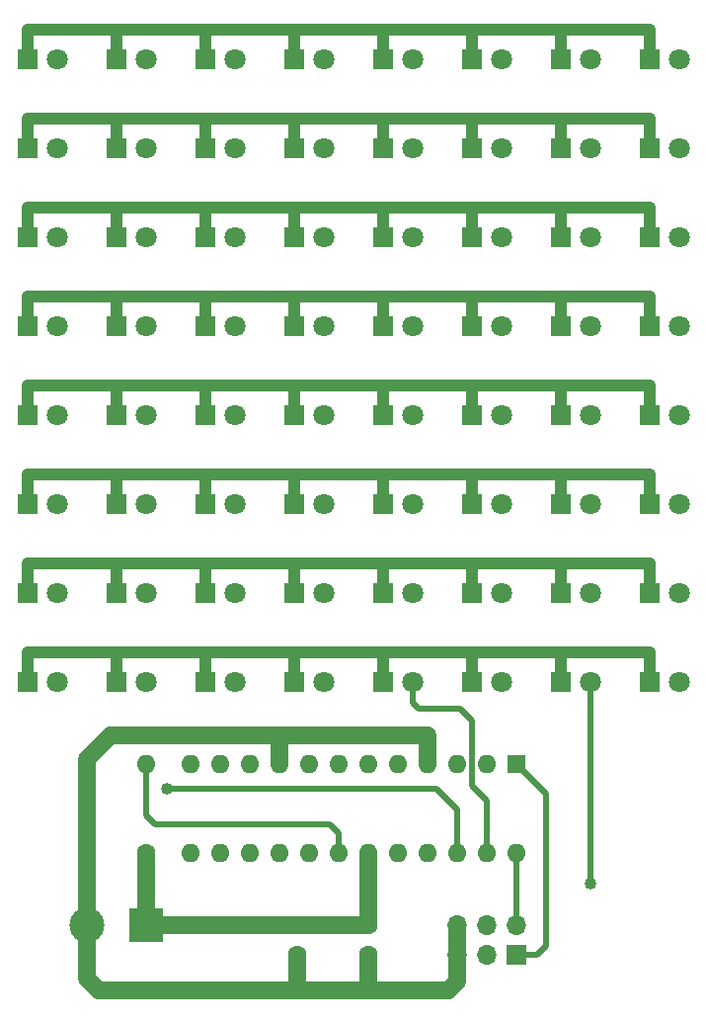
<source format=gbl>
G04 #@! TF.GenerationSoftware,KiCad,Pcbnew,(5.1.0)-1*
G04 #@! TF.CreationDate,2023-04-17T19:30:15-07:00*
G04 #@! TF.ProjectId,LED_Matrix_7219,4c45445f-4d61-4747-9269-785f37323139,rev?*
G04 #@! TF.SameCoordinates,PXffd93e20PY525bfc0*
G04 #@! TF.FileFunction,Copper,L2,Bot*
G04 #@! TF.FilePolarity,Positive*
%FSLAX45Y45*%
G04 Gerber Fmt 4.5, Leading zero omitted, Abs format (unit mm)*
G04 Created by KiCad (PCBNEW (5.1.0)-1) date 2023-04-17 19:30:15*
%MOMM*%
%LPD*%
G04 APERTURE LIST*
%ADD10C,1.800000*%
%ADD11R,1.800000X1.800000*%
%ADD12R,3.000000X3.000000*%
%ADD13C,3.000000*%
%ADD14R,1.700000X1.700000*%
%ADD15O,1.700000X1.700000*%
%ADD16C,1.600000*%
%ADD17O,1.600000X1.600000*%
%ADD18R,1.600000X1.600000*%
%ADD19C,1.016000*%
%ADD20C,1.524000*%
%ADD21C,1.016000*%
%ADD22C,0.508000*%
G04 APERTURE END LIST*
D10*
X5842000Y8636000D03*
D11*
X5588000Y8636000D03*
D10*
X5842000Y7874000D03*
D11*
X5588000Y7874000D03*
D10*
X5842000Y7112000D03*
D11*
X5588000Y7112000D03*
X5588000Y6350000D03*
D10*
X5842000Y6350000D03*
X5842000Y5588000D03*
D11*
X5588000Y5588000D03*
X5588000Y4826000D03*
D10*
X5842000Y4826000D03*
X5842000Y4064000D03*
D11*
X5588000Y4064000D03*
D10*
X5842000Y3302000D03*
D11*
X5588000Y3302000D03*
X4826000Y8636000D03*
D10*
X5080000Y8636000D03*
D11*
X4826000Y7874000D03*
D10*
X5080000Y7874000D03*
D11*
X4826000Y7112000D03*
D10*
X5080000Y7112000D03*
X5080000Y6350000D03*
D11*
X4826000Y6350000D03*
X4826000Y5588000D03*
D10*
X5080000Y5588000D03*
X5080000Y4826000D03*
D11*
X4826000Y4826000D03*
D10*
X5080000Y4064000D03*
D11*
X4826000Y4064000D03*
D10*
X5080000Y3302000D03*
D11*
X4826000Y3302000D03*
D10*
X4318000Y8636000D03*
D11*
X4064000Y8636000D03*
D10*
X4318000Y7874000D03*
D11*
X4064000Y7874000D03*
D10*
X4318000Y7112000D03*
D11*
X4064000Y7112000D03*
X4064000Y6350000D03*
D10*
X4318000Y6350000D03*
X4318000Y5588000D03*
D11*
X4064000Y5588000D03*
X4064000Y4826000D03*
D10*
X4318000Y4826000D03*
D11*
X4064000Y4064000D03*
D10*
X4318000Y4064000D03*
D11*
X4064000Y3302000D03*
D10*
X4318000Y3302000D03*
D11*
X3302000Y8636000D03*
D10*
X3556000Y8636000D03*
D11*
X3302000Y7874000D03*
D10*
X3556000Y7874000D03*
D11*
X3302000Y7112000D03*
D10*
X3556000Y7112000D03*
X3556000Y6350000D03*
D11*
X3302000Y6350000D03*
X3302000Y5588000D03*
D10*
X3556000Y5588000D03*
D11*
X3302000Y4826000D03*
D10*
X3556000Y4826000D03*
X3556000Y4064000D03*
D11*
X3302000Y4064000D03*
D10*
X3556000Y3302000D03*
D11*
X3302000Y3302000D03*
D10*
X2794000Y8636000D03*
D11*
X2540000Y8636000D03*
D10*
X2794000Y7874000D03*
D11*
X2540000Y7874000D03*
D10*
X2794000Y7112000D03*
D11*
X2540000Y7112000D03*
X2540000Y6350000D03*
D10*
X2794000Y6350000D03*
X2794000Y5588000D03*
D11*
X2540000Y5588000D03*
D10*
X2794000Y4826000D03*
D11*
X2540000Y4826000D03*
X2540000Y4064000D03*
D10*
X2794000Y4064000D03*
D11*
X2540000Y3302000D03*
D10*
X2794000Y3302000D03*
D11*
X1778000Y8636000D03*
D10*
X2032000Y8636000D03*
D11*
X1778000Y7874000D03*
D10*
X2032000Y7874000D03*
D11*
X1778000Y7112000D03*
D10*
X2032000Y7112000D03*
D11*
X1778000Y6350000D03*
D10*
X2032000Y6350000D03*
D11*
X1778000Y5588000D03*
D10*
X2032000Y5588000D03*
D11*
X1778000Y4826000D03*
D10*
X2032000Y4826000D03*
X2032000Y4064000D03*
D11*
X1778000Y4064000D03*
D10*
X2032000Y3302000D03*
D11*
X1778000Y3302000D03*
D10*
X1270000Y8636000D03*
D11*
X1016000Y8636000D03*
D10*
X1270000Y7874000D03*
D11*
X1016000Y7874000D03*
D10*
X1270000Y7112000D03*
D11*
X1016000Y7112000D03*
D10*
X1270000Y6350000D03*
D11*
X1016000Y6350000D03*
D10*
X1270000Y5588000D03*
D11*
X1016000Y5588000D03*
D10*
X1270000Y4826000D03*
D11*
X1016000Y4826000D03*
X1016000Y4064000D03*
D10*
X1270000Y4064000D03*
D11*
X1016000Y3302000D03*
D10*
X1270000Y3302000D03*
D11*
X254000Y8636000D03*
D10*
X508000Y8636000D03*
D11*
X254000Y7874000D03*
D10*
X508000Y7874000D03*
D11*
X254000Y7112000D03*
D10*
X508000Y7112000D03*
D11*
X254000Y6350000D03*
D10*
X508000Y6350000D03*
D11*
X254000Y5588000D03*
D10*
X508000Y5588000D03*
D11*
X254000Y4826000D03*
D10*
X508000Y4826000D03*
X508000Y4064000D03*
D11*
X254000Y4064000D03*
D10*
X508000Y3302000D03*
D11*
X254000Y3302000D03*
D12*
X1270000Y1219200D03*
D13*
X762000Y1219200D03*
D14*
X4445000Y965200D03*
D15*
X4445000Y1219200D03*
X4191000Y965200D03*
X4191000Y1219200D03*
X3937000Y965200D03*
X3937000Y1219200D03*
D16*
X1270000Y1841500D03*
D17*
X1270000Y2603500D03*
D18*
X4445000Y2603500D03*
D17*
X1651000Y1841500D03*
X4191000Y2603500D03*
X1905000Y1841500D03*
X3937000Y2603500D03*
X2159000Y1841500D03*
X3683000Y2603500D03*
X2413000Y1841500D03*
X3429000Y2603500D03*
X2667000Y1841500D03*
X3175000Y2603500D03*
X2921000Y1841500D03*
X2921000Y2603500D03*
X3175000Y1841500D03*
X2667000Y2603500D03*
X3429000Y1841500D03*
X2413000Y2603500D03*
X3683000Y1841500D03*
X2159000Y2603500D03*
X3937000Y1841500D03*
X1905000Y2603500D03*
X4191000Y1841500D03*
X1651000Y2603500D03*
X4445000Y1841500D03*
D18*
X2565400Y1219200D03*
D16*
X2565400Y969200D03*
X3175000Y1219200D03*
X3175000Y969200D03*
D19*
X5080000Y1574800D03*
X1447800Y2387600D03*
D20*
X1270000Y1841500D02*
X1270000Y1219200D01*
X1270000Y1219200D02*
X3175000Y1219200D01*
X3175000Y1219200D02*
X3175000Y1841500D01*
X762000Y1219200D02*
X762000Y762000D01*
X762000Y762000D02*
X863600Y660400D01*
X3860800Y660400D02*
X3937000Y736600D01*
X3937000Y736600D02*
X3937000Y1219200D01*
X2565400Y969200D02*
X2565400Y660400D01*
X863600Y660400D02*
X2565400Y660400D01*
X3175000Y969200D02*
X3175000Y660400D01*
X2565400Y660400D02*
X3175000Y660400D01*
X3175000Y660400D02*
X3860800Y660400D01*
X3683000Y2844800D02*
X3683000Y2603500D01*
X762000Y1219200D02*
X762000Y2641600D01*
X762000Y2641600D02*
X965200Y2844800D01*
X2413000Y2603500D02*
X2413000Y2844800D01*
X965200Y2844800D02*
X2413000Y2844800D01*
X2413000Y2844800D02*
X3683000Y2844800D01*
D21*
X254000Y8636000D02*
X254000Y8890000D01*
X254000Y8890000D02*
X1016000Y8890000D01*
X1016000Y8636000D02*
X1016000Y8890000D01*
X1778000Y8636000D02*
X1778000Y8890000D01*
X2540000Y8636000D02*
X2540000Y8890000D01*
X3302000Y8636000D02*
X3302000Y8890000D01*
X4064000Y8636000D02*
X4064000Y8890000D01*
X4826000Y8636000D02*
X4826000Y8890000D01*
X5588000Y8636000D02*
X5588000Y8890000D01*
X1016000Y8890000D02*
X1778000Y8890000D01*
X1778000Y8890000D02*
X2540000Y8890000D01*
X2540000Y8890000D02*
X3302000Y8890000D01*
X3302000Y8890000D02*
X4064000Y8890000D01*
X4064000Y8890000D02*
X4826000Y8890000D01*
X4826000Y8890000D02*
X5588000Y8890000D01*
X254000Y7874000D02*
X254000Y8128000D01*
X1016000Y7874000D02*
X1016000Y8128000D01*
X1778000Y7874000D02*
X1778000Y8128000D01*
X2540000Y7874000D02*
X2540000Y8128000D01*
X3302000Y7874000D02*
X3302000Y8128000D01*
X4064000Y7874000D02*
X4064000Y8128000D01*
X4826000Y7874000D02*
X4826000Y8128000D01*
X5588000Y7874000D02*
X5588000Y8128000D01*
X254000Y8128000D02*
X1016000Y8128000D01*
X1016000Y8128000D02*
X1778000Y8128000D01*
X1778000Y8128000D02*
X2540000Y8128000D01*
X2540000Y8128000D02*
X3302000Y8128000D01*
X3302000Y8128000D02*
X4064000Y8128000D01*
X4064000Y8128000D02*
X4826000Y8128000D01*
X4826000Y8128000D02*
X5588000Y8128000D01*
X254000Y7112000D02*
X254000Y7366000D01*
X1016000Y7112000D02*
X1016000Y7366000D01*
X1778000Y7112000D02*
X1778000Y7366000D01*
X2540000Y7112000D02*
X2540000Y7366000D01*
X3302000Y7112000D02*
X3302000Y7366000D01*
X4064000Y7112000D02*
X4064000Y7366000D01*
X4826000Y7112000D02*
X4826000Y7366000D01*
X5588000Y7112000D02*
X5588000Y7366000D01*
X254000Y7366000D02*
X1016000Y7366000D01*
X1016000Y7366000D02*
X1778000Y7366000D01*
X1778000Y7366000D02*
X2540000Y7366000D01*
X2540000Y7366000D02*
X3302000Y7366000D01*
X3302000Y7366000D02*
X4064000Y7366000D01*
X4064000Y7366000D02*
X4826000Y7366000D01*
X4826000Y7366000D02*
X5588000Y7366000D01*
X254000Y6350000D02*
X254000Y6604000D01*
X1016000Y6350000D02*
X1016000Y6604000D01*
X1778000Y6350000D02*
X1778000Y6604000D01*
X2540000Y6350000D02*
X2540000Y6604000D01*
X3302000Y6350000D02*
X3302000Y6604000D01*
X4064000Y6350000D02*
X4064000Y6604000D01*
X4826000Y6350000D02*
X4826000Y6604000D01*
X5588000Y6350000D02*
X5588000Y6604000D01*
X254000Y6604000D02*
X1016000Y6604000D01*
X1016000Y6604000D02*
X1778000Y6604000D01*
X1778000Y6604000D02*
X2540000Y6604000D01*
X2540000Y6604000D02*
X3302000Y6604000D01*
X3302000Y6604000D02*
X4064000Y6604000D01*
X4064000Y6604000D02*
X4826000Y6604000D01*
X4826000Y6604000D02*
X5588000Y6604000D01*
X254000Y5588000D02*
X254000Y5842000D01*
X1016000Y5588000D02*
X1016000Y5842000D01*
X1778000Y5588000D02*
X1778000Y5842000D01*
X2540000Y5588000D02*
X2540000Y5842000D01*
X3302000Y5588000D02*
X3302000Y5842000D01*
X4064000Y5588000D02*
X4064000Y5842000D01*
X4826000Y5588000D02*
X4826000Y5842000D01*
X5588000Y5588000D02*
X5588000Y5842000D01*
X254000Y5842000D02*
X1016000Y5842000D01*
X1016000Y5842000D02*
X1778000Y5842000D01*
X1778000Y5842000D02*
X2540000Y5842000D01*
X2540000Y5842000D02*
X3302000Y5842000D01*
X3302000Y5842000D02*
X4064000Y5842000D01*
X4064000Y5842000D02*
X4826000Y5842000D01*
X4826000Y5842000D02*
X5588000Y5842000D01*
X254000Y4826000D02*
X254000Y5080000D01*
X1016000Y4826000D02*
X1016000Y5080000D01*
X1778000Y4826000D02*
X1778000Y5080000D01*
X2540000Y4826000D02*
X2540000Y5080000D01*
X3302000Y4826000D02*
X3302000Y5080000D01*
X4064000Y4826000D02*
X4064000Y5080000D01*
X4826000Y4826000D02*
X4826000Y5080000D01*
X5588000Y4826000D02*
X5588000Y5080000D01*
X254000Y5080000D02*
X1016000Y5080000D01*
X1016000Y5080000D02*
X1778000Y5080000D01*
X1778000Y5080000D02*
X2540000Y5080000D01*
X2540000Y5080000D02*
X3302000Y5080000D01*
X3302000Y5080000D02*
X4064000Y5080000D01*
X4064000Y5080000D02*
X4826000Y5080000D01*
X4826000Y5080000D02*
X5588000Y5080000D01*
X254000Y4064000D02*
X254000Y4318000D01*
X1016000Y4064000D02*
X1016000Y4318000D01*
X1778000Y4064000D02*
X1778000Y4318000D01*
X2540000Y4064000D02*
X2540000Y4318000D01*
X3302000Y4064000D02*
X3302000Y4318000D01*
X4064000Y4064000D02*
X4064000Y4318000D01*
X4826000Y4064000D02*
X4826000Y4318000D01*
X5588000Y4064000D02*
X5588000Y4318000D01*
X254000Y4318000D02*
X1016000Y4318000D01*
X1016000Y4318000D02*
X1778000Y4318000D01*
X1778000Y4318000D02*
X2540000Y4318000D01*
X2540000Y4318000D02*
X3302000Y4318000D01*
X3302000Y4318000D02*
X4064000Y4318000D01*
X4064000Y4318000D02*
X4826000Y4318000D01*
X4826000Y4318000D02*
X5588000Y4318000D01*
X254000Y3302000D02*
X254000Y3556000D01*
X1016000Y3302000D02*
X1016000Y3556000D01*
X1778000Y3302000D02*
X1778000Y3556000D01*
X2540000Y3302000D02*
X2540000Y3556000D01*
X3302000Y3302000D02*
X3302000Y3556000D01*
X4064000Y3302000D02*
X4064000Y3556000D01*
X4826000Y3302000D02*
X4826000Y3556000D01*
X5588000Y3302000D02*
X5588000Y3556000D01*
X254000Y3556000D02*
X1016000Y3556000D01*
X1016000Y3556000D02*
X1778000Y3556000D01*
X1778000Y3556000D02*
X2540000Y3556000D01*
X2540000Y3556000D02*
X3302000Y3556000D01*
X3302000Y3556000D02*
X4064000Y3556000D01*
X4064000Y3556000D02*
X4826000Y3556000D01*
X4826000Y3556000D02*
X5588000Y3556000D01*
D22*
X5080000Y3302000D02*
X5080000Y1574800D01*
X4191000Y1841500D02*
X4191000Y2286000D01*
X4191000Y2286000D02*
X4064000Y2413000D01*
X4064000Y2413000D02*
X4064000Y2971800D01*
X4064000Y2971800D02*
X3962400Y3073400D01*
X3962400Y3073400D02*
X3606800Y3073400D01*
X3556000Y3124200D02*
X3556000Y3302000D01*
X3606800Y3073400D02*
X3556000Y3124200D01*
X1447800Y2387600D02*
X3759200Y2387600D01*
X3937000Y2209800D02*
X3937000Y1841500D01*
X3759200Y2387600D02*
X3937000Y2209800D01*
X4699000Y2349500D02*
X4445000Y2603500D01*
X4622800Y965200D02*
X4699000Y1041400D01*
X4699000Y1041400D02*
X4699000Y2349500D01*
X4445000Y965200D02*
X4622800Y965200D01*
X4445000Y1219200D02*
X4445000Y1841500D01*
X1270000Y2603500D02*
X1270000Y2159000D01*
X1270000Y2159000D02*
X1346200Y2082800D01*
X1346200Y2082800D02*
X2844800Y2082800D01*
X2921000Y2006600D02*
X2921000Y1841500D01*
X2844800Y2082800D02*
X2921000Y2006600D01*
M02*

</source>
